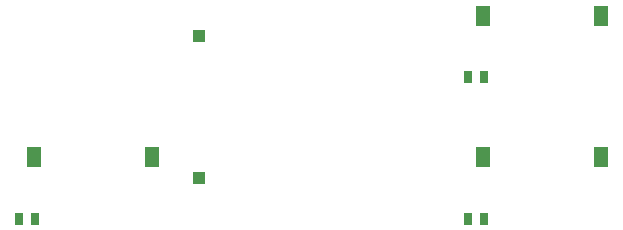
<source format=gbp>
G04*
G04 #@! TF.GenerationSoftware,Altium Limited,Altium Designer,21.7.2 (23)*
G04*
G04 Layer_Color=128*
%FSLAX25Y25*%
%MOIN*%
G70*
G04*
G04 #@! TF.SameCoordinates,CCBFC18A-A892-47F7-AC39-C920CB58EF18*
G04*
G04*
G04 #@! TF.FilePolarity,Positive*
G04*
G01*
G75*
%ADD13R,0.03937X0.03937*%
%ADD32R,0.02835X0.03858*%
%ADD33R,0.04921X0.07087*%
D13*
X120079Y106327D02*
D03*
Y59083D02*
D03*
D32*
X214993Y92714D02*
D03*
X209560D02*
D03*
X214993Y45470D02*
D03*
X209560D02*
D03*
X65387D02*
D03*
X59953D02*
D03*
D33*
X253837Y113136D02*
D03*
X214467D02*
D03*
X253837Y65892D02*
D03*
X214467D02*
D03*
X104231D02*
D03*
X64861D02*
D03*
M02*

</source>
